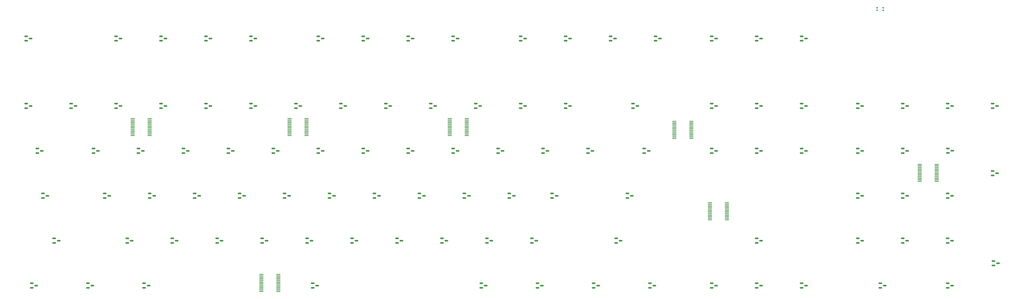
<source format=gbr>
%TF.GenerationSoftware,KiCad,Pcbnew,8.0.7-8.0.7-0~ubuntu24.04.1*%
%TF.CreationDate,2024-12-30T16:45:39-05:00*%
%TF.ProjectId,NAK100,4e414b31-3030-42e6-9b69-6361645f7063,rev?*%
%TF.SameCoordinates,Original*%
%TF.FileFunction,Paste,Top*%
%TF.FilePolarity,Positive*%
%FSLAX46Y46*%
G04 Gerber Fmt 4.6, Leading zero omitted, Abs format (unit mm)*
G04 Created by KiCad (PCBNEW 8.0.7-8.0.7-0~ubuntu24.04.1) date 2024-12-30 16:45:39*
%MOMM*%
%LPD*%
G01*
G04 APERTURE LIST*
G04 Aperture macros list*
%AMRoundRect*
0 Rectangle with rounded corners*
0 $1 Rounding radius*
0 $2 $3 $4 $5 $6 $7 $8 $9 X,Y pos of 4 corners*
0 Add a 4 corners polygon primitive as box body*
4,1,4,$2,$3,$4,$5,$6,$7,$8,$9,$2,$3,0*
0 Add four circle primitives for the rounded corners*
1,1,$1+$1,$2,$3*
1,1,$1+$1,$4,$5*
1,1,$1+$1,$6,$7*
1,1,$1+$1,$8,$9*
0 Add four rect primitives between the rounded corners*
20,1,$1+$1,$2,$3,$4,$5,0*
20,1,$1+$1,$4,$5,$6,$7,0*
20,1,$1+$1,$6,$7,$8,$9,0*
20,1,$1+$1,$8,$9,$2,$3,0*%
G04 Aperture macros list end*
%ADD10RoundRect,0.150000X-0.587500X-0.150000X0.587500X-0.150000X0.587500X0.150000X-0.587500X0.150000X0*%
%ADD11R,1.750000X0.450000*%
%ADD12RoundRect,0.135000X-0.185000X0.135000X-0.185000X-0.135000X0.185000X-0.135000X0.185000X0.135000X0*%
G04 APERTURE END LIST*
D10*
%TO.C,U26*%
X229457500Y-137250000D03*
X227582500Y-138200000D03*
X227582500Y-136300000D03*
%TD*%
%TO.C,U98*%
X494282500Y-193450000D03*
X494282500Y-195350000D03*
X496157500Y-194400000D03*
%TD*%
%TO.C,U78*%
X279970000Y-174400000D03*
X279970000Y-176300000D03*
X281845000Y-175350000D03*
%TD*%
%TO.C,U84*%
X432370000Y-136300000D03*
X432370000Y-138200000D03*
X434245000Y-137250000D03*
%TD*%
%TO.C,U5*%
X124682501Y-118200000D03*
X122807500Y-119150000D03*
X122807500Y-117250000D03*
%TD*%
%TO.C,U14*%
X112776251Y-156300000D03*
X110901250Y-157250000D03*
X110901250Y-155350000D03*
%TD*%
%TO.C,U30*%
X265682500Y-88675000D03*
X265682500Y-90575000D03*
X267557500Y-89625000D03*
%TD*%
%TO.C,U41*%
X289495000Y-155350000D03*
X289495000Y-157250000D03*
X291370000Y-156300000D03*
%TD*%
%TO.C,U70*%
X203770000Y-174400000D03*
X203770000Y-176300000D03*
X205645000Y-175350000D03*
%TD*%
%TO.C,U21*%
X200882500Y-89625000D03*
X199007500Y-90575000D03*
X199007500Y-88675000D03*
%TD*%
%TO.C,U39*%
X284732500Y-136300000D03*
X284732500Y-138200000D03*
X286607500Y-137250000D03*
%TD*%
%TO.C,U88*%
X394270000Y-193450000D03*
X394270000Y-195350000D03*
X396145000Y-194400000D03*
%TD*%
%TO.C,U87*%
X413320000Y-174400000D03*
X413320000Y-176300000D03*
X415195000Y-175350000D03*
%TD*%
%TO.C,U37*%
X265682500Y-136300000D03*
X265682500Y-138200000D03*
X267557500Y-137250000D03*
%TD*%
%TO.C,U103*%
X475232500Y-155350000D03*
X475232500Y-157250000D03*
X477107500Y-156300000D03*
%TD*%
%TO.C,U6*%
X143732501Y-118200000D03*
X141857500Y-119150000D03*
X141857500Y-117250000D03*
%TD*%
%TO.C,U4*%
X105632501Y-118200000D03*
X103757500Y-119150000D03*
X103757500Y-117250000D03*
%TD*%
%TO.C,U49*%
X513332500Y-145825000D03*
X513332500Y-147725000D03*
X515207500Y-146775000D03*
%TD*%
%TO.C,U82*%
X432370000Y-88675000D03*
X432370000Y-90575000D03*
X434245000Y-89625000D03*
%TD*%
%TO.C,U9*%
X162782501Y-89625000D03*
X160907500Y-90575000D03*
X160907500Y-88675000D03*
%TD*%
%TO.C,U71*%
X106138750Y-193450000D03*
X106138750Y-195350000D03*
X108013750Y-194400000D03*
%TD*%
%TO.C,U56*%
X358551250Y-155350000D03*
X358551250Y-157250000D03*
X360426250Y-156300000D03*
%TD*%
%TO.C,U76*%
X241870000Y-174400000D03*
X241870000Y-176300000D03*
X243745000Y-175350000D03*
%TD*%
%TO.C,U90*%
X432370000Y-193450000D03*
X432370000Y-195350000D03*
X434245000Y-194400000D03*
%TD*%
%TO.C,U50*%
X332357500Y-88675000D03*
X332357500Y-90575000D03*
X334232500Y-89625000D03*
%TD*%
%TO.C,U72*%
X129951250Y-193450000D03*
X129951250Y-195350000D03*
X131826250Y-194400000D03*
%TD*%
%TO.C,U46*%
X322832500Y-136300000D03*
X322832500Y-138200000D03*
X324707500Y-137250000D03*
%TD*%
%TO.C,U36*%
X284732500Y-88675000D03*
X284732500Y-90575000D03*
X286607500Y-89625000D03*
%TD*%
D11*
%TO.C,AM6*%
X482420000Y-143018750D03*
X482420000Y-143668750D03*
X482420000Y-144318750D03*
X482420000Y-144968750D03*
X482420000Y-145618750D03*
X482420000Y-146268750D03*
X482420000Y-146918750D03*
X482420000Y-147568750D03*
X482420000Y-148218750D03*
X482420000Y-148868750D03*
X482420000Y-149518750D03*
X482420000Y-150168750D03*
X489620000Y-150168750D03*
X489620000Y-149518750D03*
X489620000Y-148868750D03*
X489620000Y-148218750D03*
X489620000Y-147568750D03*
X489620000Y-146918750D03*
X489620000Y-146268750D03*
X489620000Y-145618750D03*
X489620000Y-144968750D03*
X489620000Y-144318750D03*
X489620000Y-143668750D03*
X489620000Y-143018750D03*
%TD*%
D10*
%TO.C,U104*%
X494282500Y-155350000D03*
X494282500Y-157250000D03*
X496157500Y-156300000D03*
%TD*%
%TO.C,U80*%
X296638750Y-193450000D03*
X296638750Y-195350000D03*
X298513750Y-194400000D03*
%TD*%
%TO.C,U38*%
X270445000Y-155350000D03*
X270445000Y-157250000D03*
X272320000Y-156300000D03*
%TD*%
D11*
%TO.C,AM1*%
X222570000Y-123593750D03*
X222570000Y-124243750D03*
X222570000Y-124893750D03*
X222570000Y-125543750D03*
X222570000Y-126193750D03*
X222570000Y-126843750D03*
X222570000Y-127493750D03*
X222570000Y-128143750D03*
X222570000Y-128793750D03*
X222570000Y-129443750D03*
X222570000Y-130093750D03*
X222570000Y-130743750D03*
X215370000Y-130743750D03*
X215370000Y-130093750D03*
X215370000Y-129443750D03*
X215370000Y-128793750D03*
X215370000Y-128143750D03*
X215370000Y-127493750D03*
X215370000Y-126843750D03*
X215370000Y-126193750D03*
X215370000Y-125543750D03*
X215370000Y-124893750D03*
X215370000Y-124243750D03*
X215370000Y-123593750D03*
%TD*%
D10*
%TO.C,U7*%
X105632501Y-89625000D03*
X103757500Y-90575000D03*
X103757500Y-88675000D03*
%TD*%
%TO.C,U10*%
X181832501Y-89625000D03*
X179957500Y-90575000D03*
X179957500Y-88675000D03*
%TD*%
%TO.C,U22*%
X219932500Y-118200000D03*
X218057500Y-119150000D03*
X218057500Y-117250000D03*
%TD*%
%TO.C,U85*%
X344263750Y-193450000D03*
X344263750Y-195350000D03*
X346138750Y-194400000D03*
%TD*%
%TO.C,U74*%
X225201250Y-193450000D03*
X225201250Y-195350000D03*
X227076250Y-194400000D03*
%TD*%
%TO.C,U91*%
X456182500Y-117250000D03*
X456182500Y-119150000D03*
X458057500Y-118200000D03*
%TD*%
%TO.C,U59*%
X413320000Y-88675000D03*
X413320000Y-90575000D03*
X415195000Y-89625000D03*
%TD*%
%TO.C,U34*%
X258032500Y-118200000D03*
X256157500Y-119150000D03*
X256157500Y-117250000D03*
%TD*%
%TO.C,U23*%
X200882500Y-118200000D03*
X199007500Y-119150000D03*
X199007500Y-117250000D03*
%TD*%
%TO.C,U35*%
X275207500Y-117250000D03*
X275207500Y-119150000D03*
X277082500Y-118200000D03*
%TD*%
%TO.C,U16*%
X158020001Y-156300000D03*
X156145000Y-157250000D03*
X156145000Y-155350000D03*
%TD*%
%TO.C,U12*%
X138970001Y-156300000D03*
X137095000Y-157250000D03*
X137095000Y-155350000D03*
%TD*%
%TO.C,U64*%
X318070000Y-174400000D03*
X318070000Y-176300000D03*
X319945000Y-175350000D03*
%TD*%
%TO.C,U66*%
X115663750Y-174400000D03*
X115663750Y-176300000D03*
X117538750Y-175350000D03*
%TD*%
D11*
%TO.C,AM4*%
X203420000Y-189718750D03*
X203420000Y-190368750D03*
X203420000Y-191018750D03*
X203420000Y-191668750D03*
X203420000Y-192318750D03*
X203420000Y-192968750D03*
X203420000Y-193618750D03*
X203420000Y-194268750D03*
X203420000Y-194918750D03*
X203420000Y-195568750D03*
X203420000Y-196218750D03*
X203420000Y-196868750D03*
X210620000Y-196868750D03*
X210620000Y-196218750D03*
X210620000Y-195568750D03*
X210620000Y-194918750D03*
X210620000Y-194268750D03*
X210620000Y-193618750D03*
X210620000Y-192968750D03*
X210620000Y-192318750D03*
X210620000Y-191668750D03*
X210620000Y-191018750D03*
X210620000Y-190368750D03*
X210620000Y-189718750D03*
%TD*%
D10*
%TO.C,U44*%
X313307500Y-117250000D03*
X313307500Y-119150000D03*
X315182500Y-118200000D03*
%TD*%
%TO.C,U96*%
X368076250Y-193450000D03*
X368076250Y-195350000D03*
X369951250Y-194400000D03*
%TD*%
%TO.C,U99*%
X456182500Y-174400000D03*
X456182500Y-176300000D03*
X458057500Y-175350000D03*
%TD*%
D11*
%TO.C,AM5*%
X400700000Y-159325000D03*
X400700000Y-159975000D03*
X400700000Y-160625000D03*
X400700000Y-161275000D03*
X400700000Y-161925000D03*
X400700000Y-162575000D03*
X400700000Y-163225000D03*
X400700000Y-163875000D03*
X400700000Y-164525000D03*
X400700000Y-165175000D03*
X400700000Y-165825000D03*
X400700000Y-166475000D03*
X393500000Y-166475000D03*
X393500000Y-165825000D03*
X393500000Y-165175000D03*
X393500000Y-164525000D03*
X393500000Y-163875000D03*
X393500000Y-163225000D03*
X393500000Y-162575000D03*
X393500000Y-161925000D03*
X393500000Y-161275000D03*
X393500000Y-160625000D03*
X393500000Y-159975000D03*
X393500000Y-159325000D03*
%TD*%
D10*
%TO.C,U17*%
X475232500Y-136300000D03*
X475232500Y-138200000D03*
X477107500Y-137250000D03*
%TD*%
%TO.C,U13*%
X172307501Y-137250000D03*
X170432500Y-138200000D03*
X170432500Y-136300000D03*
%TD*%
%TO.C,U97*%
X238982500Y-118200000D03*
X237107500Y-119150000D03*
X237107500Y-117250000D03*
%TD*%
%TO.C,U19*%
X191357500Y-137250000D03*
X189482500Y-138200000D03*
X189482500Y-136300000D03*
%TD*%
%TO.C,U57*%
X394270000Y-88675000D03*
X394270000Y-90575000D03*
X396145000Y-89625000D03*
%TD*%
%TO.C,U11*%
X162782501Y-118200000D03*
X160907500Y-119150000D03*
X160907500Y-117250000D03*
%TD*%
%TO.C,U83*%
X432370000Y-117250000D03*
X432370000Y-119150000D03*
X434245000Y-118200000D03*
%TD*%
%TO.C,U101*%
X494282500Y-174400000D03*
X494282500Y-176300000D03*
X496157500Y-175350000D03*
%TD*%
%TO.C,U93*%
X494282500Y-117250000D03*
X494282500Y-119150000D03*
X496157500Y-118200000D03*
%TD*%
%TO.C,U45*%
X303782500Y-136300000D03*
X303782500Y-138200000D03*
X305657500Y-137250000D03*
%TD*%
%TO.C,U62*%
X413320000Y-136300000D03*
X413320000Y-138200000D03*
X415195000Y-137250000D03*
%TD*%
%TO.C,U8*%
X143732501Y-89625000D03*
X141857500Y-90575000D03*
X141857500Y-88675000D03*
%TD*%
%TO.C,U89*%
X413320000Y-193450000D03*
X413320000Y-195350000D03*
X415195000Y-194400000D03*
%TD*%
%TO.C,U61*%
X413320000Y-117250000D03*
X413320000Y-119150000D03*
X415195000Y-118200000D03*
%TD*%
%TO.C,U40*%
X294257500Y-117250000D03*
X294257500Y-119150000D03*
X296132500Y-118200000D03*
%TD*%
%TO.C,U52*%
X370457500Y-88675000D03*
X370457500Y-90575000D03*
X372332500Y-89625000D03*
%TD*%
%TO.C,U28*%
X229457500Y-89625000D03*
X227582500Y-90575000D03*
X227582500Y-88675000D03*
%TD*%
%TO.C,U69*%
X184720000Y-174400000D03*
X184720000Y-176300000D03*
X186595000Y-175350000D03*
%TD*%
%TO.C,U86*%
X320451250Y-193450000D03*
X320451250Y-195350000D03*
X322326250Y-194400000D03*
%TD*%
%TO.C,U2*%
X134207501Y-137250000D03*
X132332500Y-138200000D03*
X132332500Y-136300000D03*
%TD*%
%TO.C,U73*%
X153763750Y-193450000D03*
X153763750Y-195350000D03*
X155638750Y-194400000D03*
%TD*%
%TO.C,U43*%
X313307500Y-88675000D03*
X313307500Y-90575000D03*
X315182500Y-89625000D03*
%TD*%
%TO.C,U47*%
X326657500Y-155350000D03*
X326657500Y-157250000D03*
X328532500Y-156300000D03*
%TD*%
%TO.C,U65*%
X513682500Y-184018750D03*
X513682500Y-185918750D03*
X515557500Y-184968750D03*
%TD*%
%TO.C,U105*%
X456182500Y-136300000D03*
X456182500Y-138200000D03*
X458057500Y-137250000D03*
%TD*%
%TO.C,U102*%
X456182500Y-155350000D03*
X456182500Y-157250000D03*
X458057500Y-156300000D03*
%TD*%
%TO.C,U94*%
X513332500Y-117250000D03*
X513332500Y-119150000D03*
X515207500Y-118200000D03*
%TD*%
%TO.C,U24*%
X196120000Y-156300000D03*
X194245000Y-157250000D03*
X194245000Y-155350000D03*
%TD*%
D12*
%TO.C,R2*%
X464400000Y-76555000D03*
X464400000Y-77575000D03*
%TD*%
D10*
%TO.C,U79*%
X299020000Y-174400000D03*
X299020000Y-176300000D03*
X300895000Y-175350000D03*
%TD*%
%TO.C,U15*%
X153257501Y-137250000D03*
X151382500Y-138200000D03*
X151382500Y-136300000D03*
%TD*%
D12*
%TO.C,R1*%
X466940000Y-77575000D03*
X466940000Y-76555000D03*
%TD*%
D10*
%TO.C,U31*%
X253270000Y-156300000D03*
X251395000Y-157250000D03*
X251395000Y-155350000D03*
%TD*%
%TO.C,U20*%
X181832500Y-118200000D03*
X179957500Y-119150000D03*
X179957500Y-117250000D03*
%TD*%
%TO.C,U60*%
X394270000Y-136300000D03*
X394270000Y-138200000D03*
X396145000Y-137250000D03*
%TD*%
%TO.C,U100*%
X475232500Y-174400000D03*
X475232500Y-176300000D03*
X477107500Y-175350000D03*
%TD*%
%TO.C,U51*%
X351407500Y-88675000D03*
X351407500Y-90575000D03*
X353282500Y-89625000D03*
%TD*%
%TO.C,U58*%
X394270000Y-117250000D03*
X394270000Y-119150000D03*
X396145000Y-118200000D03*
%TD*%
%TO.C,U95*%
X465707500Y-193450000D03*
X465707500Y-195350000D03*
X467582500Y-194400000D03*
%TD*%
%TO.C,U53*%
X360932500Y-117250000D03*
X360932500Y-119150000D03*
X362807500Y-118200000D03*
%TD*%
%TO.C,U33*%
X494370000Y-136268750D03*
X494370000Y-138168750D03*
X496245000Y-137218750D03*
%TD*%
%TO.C,U32*%
X234220000Y-156300000D03*
X232345000Y-157250000D03*
X232345000Y-155350000D03*
%TD*%
%TO.C,U55*%
X365695000Y-136300000D03*
X365695000Y-138200000D03*
X367570000Y-137250000D03*
%TD*%
%TO.C,U67*%
X146620000Y-174400000D03*
X146620000Y-176300000D03*
X148495000Y-175350000D03*
%TD*%
%TO.C,U27*%
X248507500Y-137250000D03*
X246632500Y-138200000D03*
X246632500Y-136300000D03*
%TD*%
%TO.C,U18*%
X210407500Y-137250000D03*
X208532500Y-138200000D03*
X208532500Y-136300000D03*
%TD*%
%TO.C,U92*%
X475232500Y-117250000D03*
X475232500Y-119150000D03*
X477107500Y-118200000D03*
%TD*%
%TO.C,U68*%
X165670000Y-174400000D03*
X165670000Y-176300000D03*
X167545000Y-175350000D03*
%TD*%
%TO.C,U63*%
X353788750Y-174400000D03*
X353788750Y-176300000D03*
X355663750Y-175350000D03*
%TD*%
%TO.C,U81*%
X177070000Y-156300000D03*
X175195000Y-157250000D03*
X175195000Y-155350000D03*
%TD*%
D11*
%TO.C,AM3*%
X378420000Y-124768750D03*
X378420000Y-125418750D03*
X378420000Y-126068750D03*
X378420000Y-126718750D03*
X378420000Y-127368750D03*
X378420000Y-128018750D03*
X378420000Y-128668750D03*
X378420000Y-129318750D03*
X378420000Y-129968750D03*
X378420000Y-130618750D03*
X378420000Y-131268750D03*
X378420000Y-131918750D03*
X385620000Y-131918750D03*
X385620000Y-131268750D03*
X385620000Y-130618750D03*
X385620000Y-129968750D03*
X385620000Y-129318750D03*
X385620000Y-128668750D03*
X385620000Y-128018750D03*
X385620000Y-127368750D03*
X385620000Y-126718750D03*
X385620000Y-126068750D03*
X385620000Y-125418750D03*
X385620000Y-124768750D03*
%TD*%
D10*
%TO.C,U25*%
X215170000Y-156300000D03*
X213295000Y-157250000D03*
X213295000Y-155350000D03*
%TD*%
%TO.C,U48*%
X332357500Y-117250000D03*
X332357500Y-119150000D03*
X334232500Y-118200000D03*
%TD*%
%TO.C,U3*%
X110395001Y-137250000D03*
X108520000Y-138200000D03*
X108520000Y-136300000D03*
%TD*%
D11*
%TO.C,AM2*%
X283270000Y-123593750D03*
X283270000Y-124243750D03*
X283270000Y-124893750D03*
X283270000Y-125543750D03*
X283270000Y-126193750D03*
X283270000Y-126843750D03*
X283270000Y-127493750D03*
X283270000Y-128143750D03*
X283270000Y-128793750D03*
X283270000Y-129443750D03*
X283270000Y-130093750D03*
X283270000Y-130743750D03*
X290470000Y-130743750D03*
X290470000Y-130093750D03*
X290470000Y-129443750D03*
X290470000Y-128793750D03*
X290470000Y-128143750D03*
X290470000Y-127493750D03*
X290470000Y-126843750D03*
X290470000Y-126193750D03*
X290470000Y-125543750D03*
X290470000Y-124893750D03*
X290470000Y-124243750D03*
X290470000Y-123593750D03*
%TD*%
%TO.C,AM0*%
X156070000Y-123593750D03*
X156070000Y-124243750D03*
X156070000Y-124893750D03*
X156070000Y-125543750D03*
X156070000Y-126193750D03*
X156070000Y-126843750D03*
X156070000Y-127493750D03*
X156070000Y-128143750D03*
X156070000Y-128793750D03*
X156070000Y-129443750D03*
X156070000Y-130093750D03*
X156070000Y-130743750D03*
X148870000Y-130743750D03*
X148870000Y-130093750D03*
X148870000Y-129443750D03*
X148870000Y-128793750D03*
X148870000Y-128143750D03*
X148870000Y-127493750D03*
X148870000Y-126843750D03*
X148870000Y-126193750D03*
X148870000Y-125543750D03*
X148870000Y-124893750D03*
X148870000Y-124243750D03*
X148870000Y-123593750D03*
%TD*%
D10*
%TO.C,U75*%
X222820000Y-174400000D03*
X222820000Y-176300000D03*
X224695000Y-175350000D03*
%TD*%
%TO.C,U29*%
X248507500Y-89625000D03*
X246632500Y-90575000D03*
X246632500Y-88675000D03*
%TD*%
%TO.C,U77*%
X260920000Y-174400000D03*
X260920000Y-176300000D03*
X262795000Y-175350000D03*
%TD*%
%TO.C,U42*%
X308545000Y-155350000D03*
X308545000Y-157250000D03*
X310420000Y-156300000D03*
%TD*%
%TO.C,U54*%
X341882500Y-136300000D03*
X341882500Y-138200000D03*
X343757500Y-137250000D03*
%TD*%
M02*

</source>
